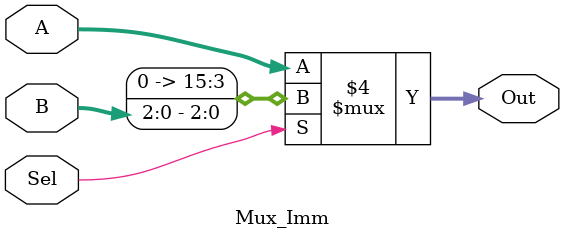
<source format=v>
`timescale 1ns / 1ps
module Mux_Imm(
		input [15:0] A,
		input [2:0] B,
		output reg [15:0] Out,
		input Sel
		);

		always@(A,B,Sel)begin
		
		if(Sel == 1)begin
			Out <= B;
		end
		
		else begin
			Out <= A;
		end	
		
		
		
		end


endmodule

</source>
